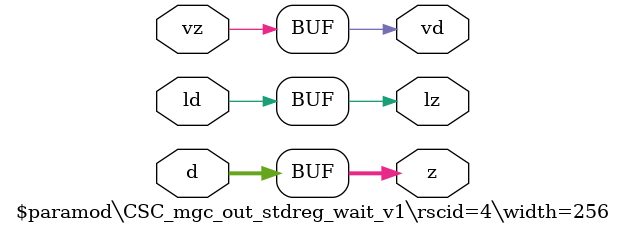
<source format=v>
module \$paramod\CSC_mgc_out_stdreg_wait_v1\rscid=4\width=256 (ld, vd, d, lz, vz, z);
  (* src = "./vmod/nvdla/csc/NV_NVDLA_CSC_pra_cell.v:47" *)
  input [255:0] d;
  (* src = "./vmod/nvdla/csc/NV_NVDLA_CSC_pra_cell.v:45" *)
  input ld;
  (* src = "./vmod/nvdla/csc/NV_NVDLA_CSC_pra_cell.v:48" *)
  output lz;
  (* src = "./vmod/nvdla/csc/NV_NVDLA_CSC_pra_cell.v:46" *)
  output vd;
  (* src = "./vmod/nvdla/csc/NV_NVDLA_CSC_pra_cell.v:49" *)
  input vz;
  (* src = "./vmod/nvdla/csc/NV_NVDLA_CSC_pra_cell.v:50" *)
  output [255:0] z;
  assign lz = ld;
  assign vd = vz;
  assign z = d;
endmodule

</source>
